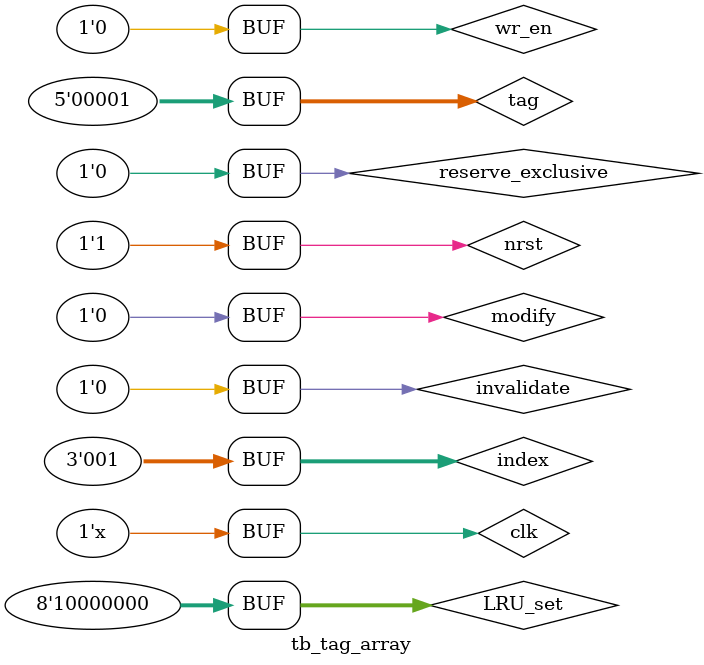
<source format=v>
`timescale 1ns / 1ps


module tb_tag_array();

    localparam CACHE_WAY = 8;
    localparam INDEX_BITS = 3;
    localparam TAG_BITS = 5;
 
    
    reg clk, nrst;
    reg wr_en, invalidate, modify, reserve_exclusive;
    reg [TAG_BITS-1:0] tag;
    reg [INDEX_BITS-1:0] index;
    reg [CACHE_WAY-1:0] LRU_set;
    
    wire [CACHE_WAY-1:0] hit;
    wire [CACHE_WAY-1:0] way_accessed;
    wire [TAG_BITS+1:0] tag_info_of_LRU;
    
    tag_array # (.CACHE_WAY(CACHE_WAY), .INDEX_BITS(INDEX_BITS), .TAG_BITS(TAG_BITS))
        UUT (
            .clk(clk),          .nrst(nrst),
            .i_wr_en(wr_en),    .i_invalidate(invalidate),      .i_reserve_exclusive(reserve_exclusive),
            .i_modify(modify),
            .i_tag(tag),        .i_index(index),    
            .i_LRU_set(LRU_set),
            
            .o_hit(hit),        
            .o_LRU_set_tag_info(tag_info_of_LRU)
        );
     always #10 clk = ~clk;
     initial begin
        clk = 0;
        nrst = 0;
        wr_en = 0;
        invalidate = 0;
        reserve_exclusive = 0;
        modify = 0;
        tag = 0;
        index = 0;
        LRU_set = 0;
        #512
        nrst = 1;
        #20
        tag = 5'b00001;
        index = 3'b100;
        LRU_set = 8'b00100000;
        #20
        wr_en = 1;
        #20
        #20
        wr_en = 0;
        #20
        tag = 5'b00001;
        index = 3'b001;
        LRU_set = 8'b10000000;
     end
    
endmodule

</source>
